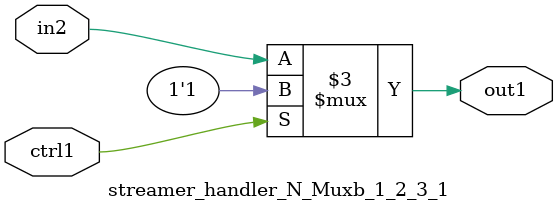
<source format=v>

`timescale 1ps / 1ps


module streamer_handler_N_Muxb_1_2_3_1( in2, ctrl1, out1 );

    input in2;
    input ctrl1;
    output out1;
    reg out1;

    
    // rtl_process:streamer_handler_N_Muxb_1_2_3_1/streamer_handler_N_Muxb_1_2_3_1_thread_1
    always @*
      begin : streamer_handler_N_Muxb_1_2_3_1_thread_1
        case (ctrl1) 
          1'b1: 
            begin
              out1 = 1'b1;
            end
          default: 
            begin
              out1 = in2;
            end
        endcase
      end

endmodule


</source>
